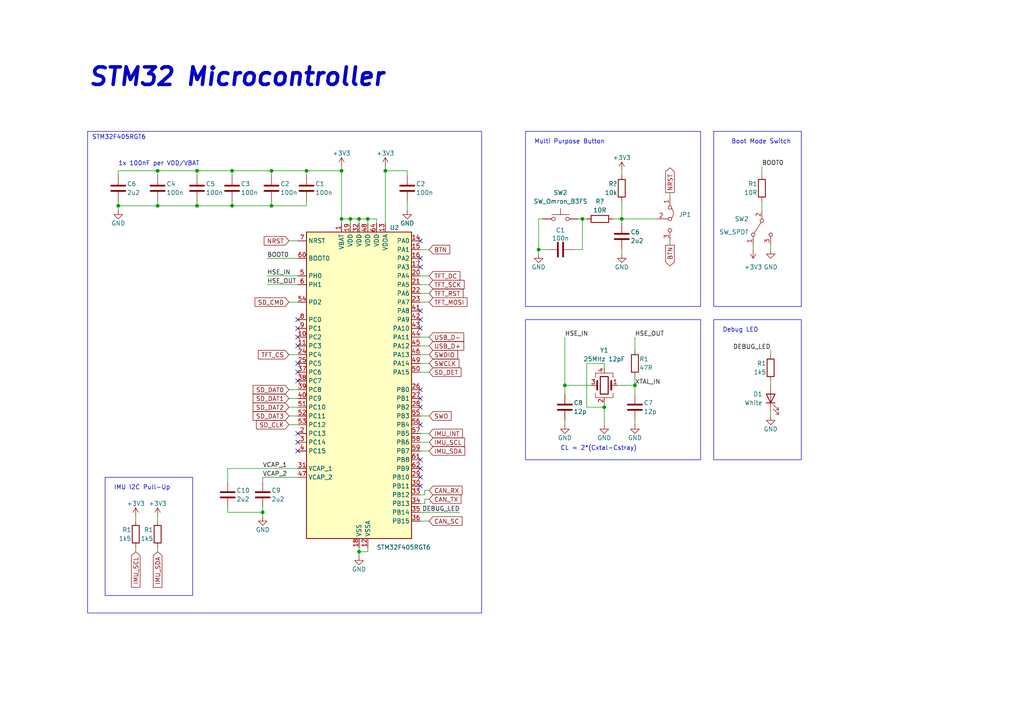
<source format=kicad_sch>
(kicad_sch (version 20230121) (generator eeschema)
  (paper "A4")
  (title_block (title "ST32 Microcontroller") (date "2023-08-02") (rev "R1") (company "s-grundner"))
  (lib_symbols
    (symbol "Device:C" (pin_numbers hide) (pin_names (offset 0.254))
      (property "Reference" "C" (at 0.635 2.54 0))
      (property "Value" "C" (at 0.635 -2.54 0))
      (symbol "C_0_1"
        (polyline (pts (xy -2.032 -0.762) (xy 2.032 -0.762)) (stroke (width 0.508)))
        (polyline (pts (xy -2.032 0.762) (xy 2.032 0.762)) (stroke (width 0.508)))
      )
      (symbol "C_1_1"
        (pin passive line (at 0 3.81 270) (length 2.794) (name "~") (number "1"))
        (pin passive line (at 0 -3.81 90) (length 2.794) (name "~") (number "2"))
      )
    )
    (symbol "Device:Crystal_GND24" (pin_names (offset 1.016) hide)
      (property "Reference" "Y" (at 3.175 5.08 0))
      (property "Value" "Crystal_GND24" (at 3.175 3.175 0))
      (symbol "Crystal_GND24_0_1"
        (rectangle (start -1.143 2.54) (end 1.143 -2.54) (stroke (width 0.3048)))
        (polyline (pts (xy -2.54 0) (xy -2.032 0)))
        (polyline (pts (xy -2.032 -1.27) (xy -2.032 1.27)) (stroke (width 0.508)))
        (polyline (pts (xy 0 -3.81) (xy 0 -3.556)))
        (polyline (pts (xy 0 3.556) (xy 0 3.81)))
        (polyline (pts (xy 2.032 -1.27) (xy 2.032 1.27)) (stroke (width 0.508)))
        (polyline (pts (xy 2.032 0) (xy 2.54 0)))
        (polyline (pts (xy -2.54 -2.286) (xy -2.54 -3.556) (xy 2.54 -3.556) (xy 2.54 -2.286)))
        (polyline (pts (xy -2.54 2.286) (xy -2.54 3.556) (xy 2.54 3.556) (xy 2.54 2.286)))
      )
      (symbol "Crystal_GND24_1_1"
        (pin passive line (at -3.81 0 0) (length 1.27) (name "1") (number "1"))
        (pin passive line (at 0 5.08 270) (length 1.27) (name "2") (number "2"))
        (pin passive line (at 3.81 0 180) (length 1.27) (name "3") (number "3"))
        (pin passive line (at 0 -5.08 90) (length 1.27) (name "4") (number "4"))
      )
    )
    (symbol "Device:LED" (pin_numbers hide) (pin_names (offset 1.016) hide)
      (property "Reference" "D" (at 0 2.54 0))
      (property "Value" "LED" (at 0 -2.54 0))
      (symbol "LED_0_1"
        (polyline (pts (xy -1.27 -1.27) (xy -1.27 1.27)) (stroke (width 0.254)))
        (polyline (pts (xy -1.27 0) (xy 1.27 0)))
        (polyline (pts (xy 1.27 -1.27) (xy 1.27 1.27) (xy -1.27 0) (xy 1.27 -1.27)) (stroke (width 0.254)))
        (polyline (pts (xy -3.048 -0.762) (xy -4.572 -2.286) (xy -3.81 -2.286) (xy -4.572 -2.286) (xy -4.572 -1.524)))
        (polyline (pts (xy -1.778 -0.762) (xy -3.302 -2.286) (xy -2.54 -2.286) (xy -3.302 -2.286) (xy -3.302 -1.524)))
      )
      (symbol "LED_1_1"
        (pin passive line (at -3.81 0 0) (length 2.54) (name "K") (number "1"))
        (pin passive line (at 3.81 0 180) (length 2.54) (name "A") (number "2"))
      )
    )
    (symbol "Device:R" (pin_numbers hide) (pin_names (offset 0))
      (property "Reference" "R" (at 2.032 0 90))
      (property "Value" "R" (at 0 0 90))
      (symbol "R_0_1"
        (rectangle (start -1.016 -2.54) (end 1.016 2.54) (stroke (width 0.254)))
      )
      (symbol "R_1_1"
        (pin passive line (at 0 3.81 270) (length 1.27) (name "~") (number "1"))
        (pin passive line (at 0 -3.81 90) (length 1.27) (name "~") (number "2"))
      )
    )
    (symbol "Jumper:Jumper_3_Bridged12" (pin_names (offset 0) hide)
      (property "Reference" "JP" (at -2.54 -2.54 0))
      (property "Value" "Jumper_3_Bridged12" (at 0 2.794 0))
      (symbol "Jumper_3_Bridged12_0_0"
        (circle (center -3.302 0) (radius 0.508))
        (circle (center 0 0) (radius 0.508))
        (circle (center 3.302 0) (radius 0.508))
      )
      (symbol "Jumper_3_Bridged12_0_1"
        (arc (start -0.254 0.508) (mid -1.651 0.9912) (end -3.048 0.508))
        (polyline (pts (xy 0 -1.27) (xy 0 -0.508)))
      )
      (symbol "Jumper_3_Bridged12_1_1"
        (pin passive line (at -6.35 0 0) (length 2.54) (name "A") (number "1"))
        (pin passive line (at 0 -3.81 90) (length 2.54) (name "C") (number "2"))
        (pin passive line (at 6.35 0 180) (length 2.54) (name "B") (number "3"))
      )
    )
    (symbol "MCU_ST_STM32F4:STM32F405RGTx"
      (property "Reference" "U" (at -15.24 46.99 0))
      (property "Value" "STM32F405RGTx" (at 10.16 46.99 0))
      (symbol "STM32F405RGTx_0_1"
        (rectangle (start -15.24 -43.18) (end 15.24 45.72) (stroke (width 0.254)) (fill (type background)))
      )
      (symbol "STM32F405RGTx_1_1"
        (pin power_in line (at -5.08 48.26 270) (length 2.54) (name "VBAT") (number "1"))
        (pin bidirectional line (at -17.78 15.24 0) (length 2.54) (name "PC2") (number "10"))
        (pin bidirectional line (at -17.78 12.7 0) (length 2.54) (name "PC3") (number "11"))
        (pin power_in line (at 2.54 -45.72 90) (length 2.54) (name "VSSA") (number "12"))
        (pin power_in line (at 7.62 48.26 270) (length 2.54) (name "VDDA") (number "13"))
        (pin bidirectional line (at 17.78 43.18 180) (length 2.54) (name "PA0") (number "14"))
        (pin bidirectional line (at 17.78 40.64 180) (length 2.54) (name "PA1") (number "15"))
        (pin bidirectional line (at 17.78 38.1 180) (length 2.54) (name "PA2") (number "16"))
        (pin bidirectional line (at 17.78 35.56 180) (length 2.54) (name "PA3") (number "17"))
        (pin power_in line (at 0 -45.72 90) (length 2.54) (name "VSS") (number "18"))
        (pin power_in line (at -2.54 48.26 270) (length 2.54) (name "VDD") (number "19"))
        (pin bidirectional line (at -17.78 -12.7 0) (length 2.54) (name "PC13") (number "2"))
        (pin bidirectional line (at 17.78 33.02 180) (length 2.54) (name "PA4") (number "20"))
        (pin bidirectional line (at 17.78 30.48 180) (length 2.54) (name "PA5") (number "21"))
        (pin bidirectional line (at 17.78 27.94 180) (length 2.54) (name "PA6") (number "22"))
        (pin bidirectional line (at 17.78 25.4 180) (length 2.54) (name "PA7") (number "23"))
        (pin bidirectional line (at -17.78 10.16 0) (length 2.54) (name "PC4") (number "24"))
        (pin bidirectional line (at -17.78 7.62 0) (length 2.54) (name "PC5") (number "25"))
        (pin bidirectional line (at 17.78 0 180) (length 2.54) (name "PB0") (number "26"))
        (pin bidirectional line (at 17.78 -2.54 180) (length 2.54) (name "PB1") (number "27"))
        (pin bidirectional line (at 17.78 -5.08 180) (length 2.54) (name "PB2") (number "28"))
        (pin bidirectional line (at 17.78 -25.4 180) (length 2.54) (name "PB10") (number "29"))
        (pin bidirectional line (at -17.78 -15.24 0) (length 2.54) (name "PC14") (number "3"))
        (pin bidirectional line (at 17.78 -27.94 180) (length 2.54) (name "PB11") (number "30"))
        (pin power_out line (at -17.78 -22.86 0) (length 2.54) (name "VCAP_1") (number "31"))
        (pin power_in line (at 0 48.26 270) (length 2.54) (name "VDD") (number "32"))
        (pin bidirectional line (at 17.78 -30.48 180) (length 2.54) (name "PB12") (number "33"))
        (pin bidirectional line (at 17.78 -33.02 180) (length 2.54) (name "PB13") (number "34"))
        (pin bidirectional line (at 17.78 -35.56 180) (length 2.54) (name "PB14") (number "35"))
        (pin bidirectional line (at 17.78 -38.1 180) (length 2.54) (name "PB15") (number "36"))
        (pin bidirectional line (at -17.78 5.08 0) (length 2.54) (name "PC6") (number "37"))
        (pin bidirectional line (at -17.78 2.54 0) (length 2.54) (name "PC7") (number "38"))
        (pin bidirectional line (at -17.78 0 0) (length 2.54) (name "PC8") (number "39"))
        (pin bidirectional line (at -17.78 -17.78 0) (length 2.54) (name "PC15") (number "4"))
        (pin bidirectional line (at -17.78 -2.54 0) (length 2.54) (name "PC9") (number "40"))
        (pin bidirectional line (at 17.78 22.86 180) (length 2.54) (name "PA8") (number "41"))
        (pin bidirectional line (at 17.78 20.32 180) (length 2.54) (name "PA9") (number "42"))
        (pin bidirectional line (at 17.78 17.78 180) (length 2.54) (name "PA10") (number "43"))
        (pin bidirectional line (at 17.78 15.24 180) (length 2.54) (name "PA11") (number "44"))
        (pin bidirectional line (at 17.78 12.7 180) (length 2.54) (name "PA12") (number "45"))
        (pin bidirectional line (at 17.78 10.16 180) (length 2.54) (name "PA13") (number "46"))
        (pin power_out line (at -17.78 -25.4 0) (length 2.54) (name "VCAP_2") (number "47"))
        (pin power_in line (at 2.54 48.26 270) (length 2.54) (name "VDD") (number "48"))
        (pin bidirectional line (at 17.78 7.62 180) (length 2.54) (name "PA14") (number "49"))
        (pin bidirectional line (at -17.78 33.02 0) (length 2.54) (name "PH0") (number "5"))
        (pin bidirectional line (at 17.78 5.08 180) (length 2.54) (name "PA15") (number "50"))
        (pin bidirectional line (at -17.78 -5.08 0) (length 2.54) (name "PC10") (number "51"))
        (pin bidirectional line (at -17.78 -7.62 0) (length 2.54) (name "PC11") (number "52"))
        (pin bidirectional line (at -17.78 -10.16 0) (length 2.54) (name "PC12") (number "53"))
        (pin bidirectional line (at -17.78 25.4 0) (length 2.54) (name "PD2") (number "54"))
        (pin bidirectional line (at 17.78 -7.62 180) (length 2.54) (name "PB3") (number "55"))
        (pin bidirectional line (at 17.78 -10.16 180) (length 2.54) (name "PB4") (number "56"))
        (pin bidirectional line (at 17.78 -12.7 180) (length 2.54) (name "PB5") (number "57"))
        (pin bidirectional line (at 17.78 -15.24 180) (length 2.54) (name "PB6") (number "58"))
        (pin bidirectional line (at 17.78 -17.78 180) (length 2.54) (name "PB7") (number "59"))
        (pin bidirectional line (at -17.78 30.48 0) (length 2.54) (name "PH1") (number "6"))
        (pin input line (at -17.78 38.1 0) (length 2.54) (name "BOOT0") (number "60"))
        (pin bidirectional line (at 17.78 -20.32 180) (length 2.54) (name "PB8") (number "61"))
        (pin bidirectional line (at 17.78 -22.86 180) (length 2.54) (name "PB9") (number "62"))
        (pin passive line (at 0 -45.72 90) (length 2.54) hide (name "VSS") (number "63"))
        (pin power_in line (at 5.08 48.26 270) (length 2.54) (name "VDD") (number "64"))
        (pin input line (at -17.78 43.18 0) (length 2.54) (name "NRST") (number "7"))
        (pin bidirectional line (at -17.78 20.32 0) (length 2.54) (name "PC0") (number "8"))
        (pin bidirectional line (at -17.78 17.78 0) (length 2.54) (name "PC1") (number "9"))
      )
    )
    (symbol "Switch:SW_Omron_B3FS" (pin_numbers hide) (pin_names (offset 1.016) hide)
      (property "Reference" "SW" (at 1.27 2.54 0))
      (property "Value" "SW_Omron_B3FS" (at 0 -1.524 0))
      (symbol "SW_Omron_B3FS_0_1"
        (circle (center -2.032 0) (radius 0.508))
        (polyline (pts (xy 0 1.27) (xy 0 3.048)))
        (polyline (pts (xy 2.54 1.27) (xy -2.54 1.27)))
        (circle (center 2.032 0) (radius 0.508))
        (pin passive line (at -5.08 0 0) (length 2.54) (name "1") (number "1"))
        (pin passive line (at 5.08 0 180) (length 2.54) (name "2") (number "2"))
      )
    )
    (symbol "Switch:SW_SPDT" (pin_names (offset 0) hide)
      (property "Reference" "SW" (at 0 4.318 0))
      (property "Value" "SW_SPDT" (at 0 -5.08 0))
      (symbol "SW_SPDT_0_0"
        (circle (center -2.032 0) (radius 0.508))
        (circle (center 2.032 -2.54) (radius 0.508))
      )
      (symbol "SW_SPDT_0_1"
        (polyline (pts (xy -1.524 0.254) (xy 1.651 2.286)))
        (circle (center 2.032 2.54) (radius 0.508))
      )
      (symbol "SW_SPDT_1_1"
        (pin passive line (at 5.08 2.54 180) (length 2.54) (name "A") (number "1"))
        (pin passive line (at -5.08 0 0) (length 2.54) (name "B") (number "2"))
        (pin passive line (at 5.08 -2.54 180) (length 2.54) (name "C") (number "3"))
      )
    )
    (symbol "power:+3V3" (power) (pin_names (offset 0))
      (property "Value" "+3V3" (at 0 3.556 0))
      (symbol "+3V3_0_1"
        (polyline (pts (xy -0.762 1.27) (xy 0 2.54)))
        (polyline (pts (xy 0 0) (xy 0 2.54)))
        (polyline (pts (xy 0 2.54) (xy 0.762 1.27)))
      )
      (symbol "+3V3_1_1"
        (pin power_in line (at 0 0 90) (length 0) hide (name "+3V3") (number "1"))
      )
    )
    (symbol "power:GND" (power) (pin_names (offset 0))
      (property "Value" "GND" (at 0 -3.81 0))
      (symbol "GND_0_1"
        (polyline (pts (xy 0 0) (xy 0 -1.27) (xy 1.27 -1.27) (xy 0 -2.54) (xy -1.27 -1.27) (xy 0 -1.27)))
      )
      (symbol "GND_1_1"
        (pin power_in line (at 0 0 270) (length 0) hide (name "GND") (number "1"))
      )
    )
  )
  (junction (at 76.2 148.59))
  (junction (at 163.83 111.76))
  (junction (at 156.21 72.39))
  (junction (at 168.91 63.5))
  (junction (at 78.74 59.69))
  (junction (at 99.06 49.53))
  (junction (at 88.9 49.53))
  (junction (at 67.31 49.53))
  (junction (at 45.72 49.53))
  (junction (at 180.34 63.5))
  (junction (at 45.72 59.69))
  (junction (at 78.74 49.53))
  (junction (at 104.14 63.5))
  (junction (at 106.68 63.5))
  (junction (at 57.15 49.53))
  (junction (at 104.14 160.02))
  (junction (at 67.31 59.69))
  (junction (at 184.15 111.76))
  (junction (at 34.29 59.69))
  (junction (at 111.76 49.53))
  (junction (at 99.06 63.5))
  (junction (at 57.15 59.69))
  (junction (at 175.26 118.11))
  (junction (at 101.6 63.5))
  (no_connect (at 121.92 135.89))
  (no_connect (at 86.36 128.27))
  (no_connect (at 121.92 113.03))
  (no_connect (at 86.36 95.25))
  (no_connect (at 86.36 107.95))
  (no_connect (at 86.36 100.33))
  (no_connect (at 121.92 115.57))
  (no_connect (at 86.36 110.49))
  (no_connect (at 86.36 130.81))
  (no_connect (at 121.92 138.43))
  (no_connect (at 121.92 118.11))
  (no_connect (at 121.92 123.19))
  (no_connect (at 121.92 140.97))
  (no_connect (at 121.92 92.71))
  (no_connect (at 121.92 95.25))
  (no_connect (at 86.36 92.71))
  (no_connect (at 86.36 97.79))
  (no_connect (at 86.36 125.73))
  (no_connect (at 121.92 77.47))
  (no_connect (at 121.92 74.93))
  (no_connect (at 121.92 69.85))
  (no_connect (at 121.92 90.17))
  (no_connect (at 121.92 133.35))
  (no_connect (at 86.36 105.41))
  (wire (pts (xy 124.46 80.01) (xy 121.92 80.01)))
  (wire (pts (xy 175.26 118.11) (xy 175.26 123.19)))
  (wire (pts (xy 66.04 148.59) (xy 76.2 148.59)))
  (wire (pts (xy 39.37 158.75) (xy 39.37 160.02)))
  (wire (pts (xy 34.29 59.69) (xy 34.29 58.42)))
  (wire (pts (xy 34.29 59.69) (xy 34.29 60.96)))
  (wire (pts (xy 123.19 142.24) (xy 123.19 143.51)))
  (wire (pts (xy 76.2 148.59) (xy 76.2 147.32)))
  (wire (pts (xy 88.9 58.42) (xy 88.9 59.69)))
  (wire (pts (xy 104.14 63.5) (xy 104.14 64.77)))
  (wire (pts (xy 124.46 151.13) (xy 121.92 151.13)))
  (wire (pts (xy 45.72 58.42) (xy 45.72 59.69)))
  (wire (pts (xy 34.29 49.53) (xy 34.29 50.8)))
  (wire (pts (xy 194.31 55.88) (xy 194.31 57.15)))
  (wire (pts (xy 78.74 58.42) (xy 78.74 59.69)))
  (wire (pts (xy 124.46 97.79) (xy 121.92 97.79)))
  (wire (pts (xy 45.72 149.86) (xy 45.72 151.13)))
  (wire (pts (xy 184.15 111.76) (xy 184.15 114.3)))
  (wire (pts (xy 124.46 100.33) (xy 121.92 100.33)))
  (wire (pts (xy 45.72 49.53) (xy 34.29 49.53)))
  (wire (pts (xy 121.92 82.55) (xy 124.46 82.55)))
  (wire (pts (xy 104.14 160.02) (xy 106.68 160.02)))
  (wire (pts (xy 124.46 87.63) (xy 121.92 87.63)))
  (wire (pts (xy 109.22 63.5) (xy 109.22 64.77)))
  (wire (pts (xy 111.76 49.53) (xy 111.76 64.77)))
  (wire (pts (xy 175.26 105.41) (xy 175.26 106.68)))
  (wire (pts (xy 67.31 49.53) (xy 57.15 49.53)))
  (wire (pts (xy 194.31 71.12) (xy 194.31 69.85)))
  (wire (pts (xy 156.21 63.5) (xy 157.48 63.5)))
  (wire (pts (xy 220.98 48.26) (xy 220.98 50.8)))
  (wire (pts (xy 99.06 49.53) (xy 99.06 63.5)))
  (wire (pts (xy 106.68 158.75) (xy 106.68 160.02)))
  (wire (pts (xy 78.74 49.53) (xy 67.31 49.53)))
  (wire (pts (xy 57.15 59.69) (xy 45.72 59.69)))
  (wire (pts (xy 106.68 63.5) (xy 106.68 64.77)))
  (wire (pts (xy 175.26 116.84) (xy 175.26 118.11)))
  (wire (pts (xy 124.46 128.27) (xy 121.92 128.27)))
  (wire (pts (xy 111.76 48.26) (xy 111.76 49.53)))
  (wire (pts (xy 83.82 120.65) (xy 86.36 120.65)))
  (wire (pts (xy 156.21 72.39) (xy 156.21 73.66)))
  (wire (pts (xy 179.07 111.76) (xy 184.15 111.76)))
  (wire (pts (xy 163.83 111.76) (xy 163.83 114.3)))
  (wire (pts (xy 124.46 105.41) (xy 121.92 105.41)))
  (wire (pts (xy 124.46 120.65) (xy 121.92 120.65)))
  (wire (pts (xy 124.46 125.73) (xy 121.92 125.73)))
  (wire (pts (xy 83.82 115.57) (xy 86.36 115.57)))
  (wire (pts (xy 45.72 49.53) (xy 45.72 50.8)))
  (wire (pts (xy 39.37 149.86) (xy 39.37 151.13)))
  (wire (pts (xy 57.15 49.53) (xy 57.15 50.8)))
  (wire (pts (xy 177.8 63.5) (xy 180.34 63.5)))
  (wire (pts (xy 184.15 97.79) (xy 184.15 101.6)))
  (wire (pts (xy 83.82 87.63) (xy 86.36 87.63)))
  (wire (pts (xy 163.83 111.76) (xy 171.45 111.76)))
  (wire (pts (xy 66.04 135.89) (xy 86.36 135.89)))
  (wire (pts (xy 99.06 49.53) (xy 88.9 49.53)))
  (wire (pts (xy 57.15 58.42) (xy 57.15 59.69)))
  (wire (pts (xy 118.11 49.53) (xy 118.11 50.8)))
  (wire (pts (xy 163.83 97.79) (xy 163.83 111.76)))
  (wire (pts (xy 77.47 80.01) (xy 86.36 80.01)))
  (wire (pts (xy 99.06 48.26) (xy 99.06 49.53)))
  (wire (pts (xy 168.91 63.5) (xy 170.18 63.5)))
  (wire (pts (xy 218.44 72.39) (xy 218.44 71.12)))
  (wire (pts (xy 124.46 107.95) (xy 121.92 107.95)))
  (wire (pts (xy 180.34 63.5) (xy 180.34 64.77)))
  (wire (pts (xy 77.47 74.93) (xy 86.36 74.93)))
  (wire (pts (xy 88.9 49.53) (xy 78.74 49.53)))
  (wire (pts (xy 104.14 63.5) (xy 106.68 63.5)))
  (wire (pts (xy 180.34 63.5) (xy 190.5 63.5)))
  (wire (pts (xy 106.68 63.5) (xy 109.22 63.5)))
  (wire (pts (xy 83.82 69.85) (xy 86.36 69.85)))
  (wire (pts (xy 57.15 49.53) (xy 45.72 49.53)))
  (wire (pts (xy 123.19 144.78) (xy 123.19 146.05)))
  (wire (pts (xy 124.46 144.78) (xy 123.19 144.78)))
  (wire (pts (xy 76.2 148.59) (xy 76.2 149.86)))
  (wire (pts (xy 223.52 119.38) (xy 223.52 120.65)))
  (wire (pts (xy 184.15 123.19) (xy 184.15 121.92)))
  (wire (pts (xy 78.74 59.69) (xy 67.31 59.69)))
  (wire (pts (xy 123.19 146.05) (xy 121.92 146.05)))
  (wire (pts (xy 83.82 123.19) (xy 86.36 123.19)))
  (wire (pts (xy 167.64 63.5) (xy 168.91 63.5)))
  (wire (pts (xy 67.31 49.53) (xy 67.31 50.8)))
  (wire (pts (xy 45.72 59.69) (xy 34.29 59.69)))
  (wire (pts (xy 88.9 49.53) (xy 88.9 50.8)))
  (wire (pts (xy 121.92 72.39) (xy 124.46 72.39)))
  (wire (pts (xy 67.31 58.42) (xy 67.31 59.69)))
  (wire (pts (xy 220.98 60.96) (xy 220.98 58.42)))
  (wire (pts (xy 66.04 147.32) (xy 66.04 148.59)))
  (wire (pts (xy 101.6 63.5) (xy 101.6 64.77)))
  (wire (pts (xy 170.18 118.11) (xy 175.26 118.11)))
  (wire (pts (xy 88.9 59.69) (xy 78.74 59.69)))
  (wire (pts (xy 101.6 63.5) (xy 104.14 63.5)))
  (wire (pts (xy 123.19 143.51) (xy 121.92 143.51)))
  (wire (pts (xy 104.14 160.02) (xy 104.14 161.29)))
  (wire (pts (xy 83.82 113.03) (xy 86.36 113.03)))
  (wire (pts (xy 118.11 58.42) (xy 118.11 60.96)))
  (wire (pts (xy 66.04 139.7) (xy 66.04 135.89)))
  (wire (pts (xy 158.75 72.39) (xy 156.21 72.39)))
  (wire (pts (xy 76.2 138.43) (xy 86.36 138.43)))
  (wire (pts (xy 184.15 109.22) (xy 184.15 111.76)))
  (wire (pts (xy 83.82 118.11) (xy 86.36 118.11)))
  (wire (pts (xy 170.18 118.11) (xy 170.18 105.41)))
  (wire (pts (xy 223.52 110.49) (xy 223.52 111.76)))
  (wire (pts (xy 156.21 63.5) (xy 156.21 72.39)))
  (wire (pts (xy 78.74 49.53) (xy 78.74 50.8)))
  (wire (pts (xy 104.14 158.75) (xy 104.14 160.02)))
  (wire (pts (xy 223.52 72.39) (xy 223.52 71.12)))
  (wire (pts (xy 163.83 121.92) (xy 163.83 123.19)))
  (wire (pts (xy 76.2 139.7) (xy 76.2 138.43)))
  (wire (pts (xy 99.06 63.5) (xy 101.6 63.5)))
  (wire (pts (xy 45.72 158.75) (xy 45.72 160.02)))
  (wire (pts (xy 166.37 72.39) (xy 168.91 72.39)))
  (wire (pts (xy 180.34 58.42) (xy 180.34 63.5)))
  (wire (pts (xy 223.52 102.87) (xy 223.52 101.6)))
  (wire (pts (xy 180.34 72.39) (xy 180.34 73.66)))
  (wire (pts (xy 180.34 49.53) (xy 180.34 50.8)))
  (wire (pts (xy 124.46 102.87) (xy 121.92 102.87)))
  (wire (pts (xy 83.82 102.87) (xy 86.36 102.87)))
  (wire (pts (xy 170.18 105.41) (xy 175.26 105.41)))
  (wire (pts (xy 124.46 142.24) (xy 123.19 142.24)))
  (wire (pts (xy 99.06 63.5) (xy 99.06 64.77)))
  (wire (pts (xy 67.31 59.69) (xy 57.15 59.69)))
  (wire (pts (xy 77.47 82.55) (xy 86.36 82.55)))
  (wire (pts (xy 111.76 49.53) (xy 118.11 49.53)))
  (wire (pts (xy 168.91 63.5) (xy 168.91 72.39)))
  (wire (pts (xy 124.46 130.81) (xy 121.92 130.81)))
  (wire (pts (xy 124.46 85.09) (xy 121.92 85.09)))
  (wire (pts (xy 133.35 148.59) (xy 121.92 148.59)))
  (rectangle (start 30.48 138.43) (end 55.88 172.72))
  (rectangle (start 152.4 38.1) (end 203.2 88.9))
  (rectangle (start 207.01 38.1) (end 232.41 88.9))
  (rectangle (start 207.01 92.71) (end 232.41 133.35))
  (rectangle (start 25.4 38.1) (end 139.7 177.8))
  (rectangle (start 152.4 92.71) (end 203.2 133.35))
  (text "STM32F405RGT6" (at 26.67 40.64 0) (effects (font (size 1.27 1.27)) (justify left bottom)))
  (text "Multi Purpose Button" (at 154.94 41.91 0) (effects (font (size 1.27 1.27)) (justify left bottom)))
  (text "1x 100nF per VDD/VBAT" (at 34.29 48.26 0) (effects (font (size 1.27 1.27)) (justify left bottom)))
  (text "IMU I2C Pull-Up\n" (at 33.02 142.24 0) (effects (font (size 1.27 1.27)) (justify left bottom)))
  (text "STM32 Microcontroller" (at 25.4 25.4 0) (effects (font (size 5.08 5.08) (thickness 1.016) bold italic) (justify left bottom)))
  (text "Debug LED" (at 209.55 96.52 0) (effects (font (size 1.27 1.27)) (justify left bottom)))
  (text "CL = 2*(Cxtal-Cstray)" (at 162.56 130.81 0) (effects (font (size 1.27 1.27)) (justify left bottom)))
  (text "Boot Mode Switch" (at 212.09 41.91 0) (effects (font (size 1.27 1.27)) (justify left bottom)))
  (label "DEBUG_LED" (at 223.52 101.6 180))
  (label "BOOT0" (at 77.47 74.93 0))
  (label "HSE_IN" (at 77.47 80.01 0))
  (label "XTAL_IN" (at 184.15 111.76 0))
  (label "HSE_OUT" (at 77.47 82.55 0))
  (label "VCAP_2" (at 76.2 138.43 0))
  (label "HSE_OUT" (at 184.15 97.79 0))
  (label "DEBUG_LED" (at 133.35 148.59 180))
  (label "VCAP_1" (at 76.2 135.89 0))
  (label "HSE_IN" (at 163.83 97.79 0))
  (label "BOOT0" (at 220.98 48.26 0))
  (global_label "CAN_TX" (shape input) (at 124.46 144.78 0) (property "Intersheetrefs" "${INTERSHEET_REFS}" (effects hide)))
  (global_label "SD_CLK" (shape input) (at 83.82 123.19 180) (property "Intersheetrefs" "${INTERSHEET_REFS}" (effects hide)))
  (global_label "TFT_SCK" (shape input) (at 124.46 82.55 0) (property "Intersheetrefs" "${INTERSHEET_REFS}" (effects hide)))
  (global_label "SD_DAT0" (shape input) (at 83.82 113.03 180) (property "Intersheetrefs" "${INTERSHEET_REFS}" (effects hide)))
  (global_label "CAN_SC" (shape input) (at 124.46 151.13 0) (property "Intersheetrefs" "${INTERSHEET_REFS}" (effects hide)))
  (global_label "TFT_MOSI" (shape input) (at 124.46 87.63 0) (property "Intersheetrefs" "${INTERSHEET_REFS}" (effects hide)))
  (global_label "SD_DAT1" (shape input) (at 83.82 115.57 180) (property "Intersheetrefs" "${INTERSHEET_REFS}" (effects hide)))
  (global_label "TFT_RST" (shape input) (at 124.46 85.09 0) (property "Intersheetrefs" "${INTERSHEET_REFS}" (effects hide)))
  (global_label "USB_D+" (shape input) (at 124.46 100.33 0) (property "Intersheetrefs" "${INTERSHEET_REFS}" (effects hide)))
  (global_label "SD_DAT2" (shape input) (at 83.82 118.11 180) (property "Intersheetrefs" "${INTERSHEET_REFS}" (effects hide)))
  (global_label "SWCLK" (shape input) (at 124.46 105.41 0) (property "Intersheetrefs" "${INTERSHEET_REFS}" (effects hide)))
  (global_label "SD_DAT3" (shape input) (at 83.82 120.65 180) (property "Intersheetrefs" "${INTERSHEET_REFS}" (effects hide)))
  (global_label "SD_DET" (shape input) (at 124.46 107.95 0) (property "Intersheetrefs" "${INTERSHEET_REFS}" (effects hide)))
  (global_label "NRST" (shape output) (at 194.31 55.88 90) (property "Intersheetrefs" "${INTERSHEET_REFS}" (effects hide)))
  (global_label "SWDIO" (shape input) (at 124.46 102.87 0) (property "Intersheetrefs" "${INTERSHEET_REFS}" (effects hide)))
  (global_label "NRST" (shape input) (at 83.82 69.85 180) (property "Intersheetrefs" "${INTERSHEET_REFS}" (effects hide)))
  (global_label "SWO" (shape input) (at 124.46 120.65 0) (property "Intersheetrefs" "${INTERSHEET_REFS}" (effects hide)))
  (global_label "BTN" (shape output) (at 194.31 71.12 270) (property "Intersheetrefs" "${INTERSHEET_REFS}" (effects hide)))
  (global_label "USB_D-" (shape input) (at 124.46 97.79 0) (property "Intersheetrefs" "${INTERSHEET_REFS}" (effects hide)))
  (global_label "TFT_CS" (shape input) (at 83.82 102.87 180) (property "Intersheetrefs" "${INTERSHEET_REFS}" (effects hide)))
  (global_label "SD_CMD" (shape input) (at 83.82 87.63 180) (property "Intersheetrefs" "${INTERSHEET_REFS}" (effects hide)))
  (global_label "IMU_SDA" (shape input) (at 124.46 130.81 0) (property "Intersheetrefs" "${INTERSHEET_REFS}" (effects hide)))
  (global_label "CAN_RX" (shape input) (at 124.46 142.24 0) (property "Intersheetrefs" "${INTERSHEET_REFS}" (effects hide)))
  (global_label "IMU_SCL" (shape input) (at 124.46 128.27 0) (property "Intersheetrefs" "${INTERSHEET_REFS}" (effects hide)))
  (global_label "IMU_SDA" (shape input) (at 45.72 160.02 270) (property "Intersheetrefs" "${INTERSHEET_REFS}" (effects hide)))
  (global_label "IMU_INT" (shape input) (at 124.46 125.73 0) (property "Intersheetrefs" "${INTERSHEET_REFS}" (effects hide)))
  (global_label "BTN" (shape input) (at 124.46 72.39 0) (property "Intersheetrefs" "${INTERSHEET_REFS}" (effects hide)))
  (global_label "IMU_SCL" (shape input) (at 39.37 160.02 270) (property "Intersheetrefs" "${INTERSHEET_REFS}" (effects hide)))
  (global_label "TFT_DC" (shape input) (at 124.46 80.01 0) (property "Intersheetrefs" "${INTERSHEET_REFS}" (effects hide)))
  (symbol (lib_id "Device:R") (at 39.37 154.94 180) (unit 1)
    (property "Reference" "R1" (at 38.1 153.67 0) (effects (justify left)))
    (property "Value" "1k5" (at 38.1 156.21 0) (effects (justify left)))
    (property "Footprint" "Resistor_SMD:R_0402_1005Metric" (effects hide))
    (property "LCSC Part #" "C25867" (effects hide))
    (instances (project "STM32F4_HexGauge_V3" (path "" (reference "R1") (unit 1)) (path "" (reference "R6") (unit 1))))
  )
  (symbol (lib_id "Device:C") (at 45.72 54.61 0) (unit 1)
    (property "Reference" "C4" (at 48.26 53.34 0) (effects (justify left)))
    (property "Value" "100n" (at 48.26 55.88 0) (effects (justify left)))
    (property "Footprint" "Capacitor_SMD:C_0402_1005Metric" (effects hide))
    (property "LCSC Part #" "C1525" (effects hide))
    (instances (project "STM32F4_HexGauge_V3" (path "" (reference "C4") (unit 1)) (path "" (reference "C2") (unit 1))))
  )
  (symbol (lib_id "Switch:SW_SPDT") (at 220.98 66.04 90) (mirror x) (unit 1)
    (property "Reference" "SW2" (at 217.17 63.5 90) (effects (justify left)))
    (property "Value" "SW_SPDT" (at 217.17 67.31 90) (effects (justify left)))
    (property "Footprint" "Button_Switch_SMD:SW_SPDT_PCM12" (effects hide))
  )
  (symbol (lib_id "Device:C") (at 76.2 143.51 0) (unit 1)
    (property "Reference" "C9" (at 78.74 142.24 0) (effects (justify left)))
    (property "Value" "2u2" (at 78.74 144.78 0) (effects (justify left)))
    (property "Footprint" "Capacitor_SMD:C_0603_1608Metric" (effects hide))
    (property "LCSC Part #" "C23630" (effects hide))
    (instances (project "STM32F4_HexGauge_V3" (path "" (reference "C9") (unit 1)) (path "" (reference "C13") (unit 1))))
  )
  (symbol (lib_id "power:GND") (at 223.52 120.65 0) (unit 1)
    (property "Reference" "#PWR010" (effects hide))
    (property "Value" "GND" (at 223.52 124.46 0))
  )
  (symbol (lib_id "power:+3V3") (at 45.72 149.86 0) (mirror y) (unit 1)
    (property "Reference" "#PWR01" (effects hide))
    (property "Value" "+3V3" (at 45.72 146.05 0))
    (instances (project "STM32F4_HexGauge_V3" (path "" (reference "#PWR01") (unit 1)) (path "" (reference "#PWR015") (unit 1))))
  )
  (symbol (lib_id "Device:C") (at 57.15 54.61 0) (unit 1)
    (property "Reference" "C5" (at 59.69 53.34 0) (effects (justify left)))
    (property "Value" "100n" (at 59.69 55.88 0) (effects (justify left)))
    (property "Footprint" "Capacitor_SMD:C_0402_1005Metric" (effects hide))
    (property "LCSC Part #" "C1525" (effects hide))
    (instances (project "STM32F4_HexGauge_V3" (path "" (reference "C5") (unit 1)) (path "" (reference "C3") (unit 1))))
  )
  (symbol (lib_id "Switch:SW_Omron_B3FS") (at 162.56 63.5 0) (unit 1)
    (property "Reference" "SW2" (at 162.56 55.88 0))
    (property "Value" "SW_Omron_B3FS" (at 162.56 58.42 0))
    (property "Footprint" "Button_Switch_SMD:Panasonic_EVQPUL_EVQPUC" (effects hide))
    (property "Datasheet" "https://omronfs.omron.com/en_US/ecb/products/pdf/en-b3fs.pdf" (effects hide))
    (instances (project "STM32F4_HexGauge_V3" (path "" (reference "SW2") (unit 1)) (path "" (reference "SW1") (unit 1))))
  )
  (symbol (lib_id "power:+3V3") (at 218.44 72.39 180) (unit 1)
    (property "Reference" "#PWR01" (effects hide))
    (property "Value" "+3V3" (at 218.44 77.47 0))
    (instances (project "STM32F4_HexGauge_V3" (path "" (reference "#PWR01") (unit 1)) (path "" (reference "#PWR06") (unit 1))))
  )
  (symbol (lib_id "power:GND") (at 76.2 149.86 0) (unit 1)
    (property "Reference" "#PWR010" (effects hide))
    (property "Value" "GND" (at 76.2 153.67 0))
    (instances (project "STM32F4_HexGauge_V3" (path "" (reference "#PWR010") (unit 1)) (path "" (reference "#PWR016") (unit 1))))
  )
  (symbol (lib_id "MCU_ST_STM32F4:STM32F405RGTx") (at 104.14 113.03 0) (unit 1)
    (property "Reference" "U2" (at 113.03 66.04 0) (effects (justify left)))
    (property "Value" "STM32F405RGT6" (at 109.22 158.75 0) (effects (justify left)))
    (property "Footprint" "Package_QFP:LQFP-64_10x10mm_P0.5mm" (effects hide))
    (property "Datasheet" "https://www.st.com/resource/en/datasheet/stm32f405rg.pdf" (effects hide))
    (property "LCSC Part #" "C15742" (effects hide))
    (instances (project "STM32F4_HexGauge_V3" (path "" (reference "U2") (unit 1)) (path "" (reference "U1") (unit 1))))
  )
  (symbol (lib_id "power:+3V3") (at 180.34 49.53 0) (unit 1)
    (property "Reference" "#PWR044" (effects hide))
    (property "Value" "+3V3" (at 180.34 45.72 0))
    (instances (project "STM32F4_HexGauge_V3" (path "" (reference "#PWR044") (unit 1)) (path "" (reference "#PWR03") (unit 1))))
  )
  (symbol (lib_id "Device:C") (at 78.74 54.61 0) (unit 1)
    (property "Reference" "C2" (at 81.28 53.34 0) (effects (justify left)))
    (property "Value" "100n" (at 81.28 55.88 0) (effects (justify left)))
    (property "Footprint" "Capacitor_SMD:C_0402_1005Metric" (effects hide))
    (property "LCSC Part #" "C1525" (effects hide))
    (instances (project "STM32F4_HexGauge_V3" (path "" (reference "C2") (unit 1)) (path "" (reference "C5") (unit 1))))
  )
  (symbol (lib_id "Device:R") (at 173.99 63.5 270) (unit 1)
    (property "Reference" "R?" (at 173.99 58.42 90))
    (property "Value" "10R" (at 173.99 60.96 90))
    (property "Footprint" "Resistor_SMD:R_0402_1005Metric" (effects hide))
    (property "LCSC Part #" "C25077" (effects hide))
    (instances (project "CTN" (path "" (reference "R?") (unit 1))) (project "STM32F4_HexGauge_V3" (path "" (reference "R17") (unit 1)) (path "" (reference "R3") (unit 1))) (project "FastHexGauge" (path "" (reference "R4") (unit 1)) (path "" (reference "R6") (unit 1))))
  )
  (symbol (lib_id "power:GND") (at 163.83 123.19 0) (unit 1)
    (property "Reference" "#PWR011" (effects hide))
    (property "Value" "GND" (at 163.83 127 0))
  )
  (symbol (lib_id "Device:Crystal_GND24") (at 175.26 111.76 180) (unit 1)
    (property "Reference" "Y1" (at 175.26 101.6 0))
    (property "Value" "25MHz 12pF" (at 175.26 104.14 0))
    (property "Footprint" "Crystal:Crystal_SMD_3225-4Pin_3.2x2.5mm" (effects hide))
    (property "Datasheet" "https://datasheet.lcsc.com/lcsc/2304140030_Yangxing-Tech-X322525MOB4SI_C9006.pdf" (effects hide))
    (property "LCSC Part #" "C9006" (effects hide))
  )
  (symbol (lib_id "Device:C") (at 66.04 143.51 0) (unit 1)
    (property "Reference" "C10" (at 68.58 142.24 0) (effects (justify left)))
    (property "Value" "2u2" (at 68.58 144.78 0) (effects (justify left)))
    (property "Footprint" "Capacitor_SMD:C_0603_1608Metric" (effects hide))
    (property "LCSC Part #" "C23630" (effects hide))
    (instances (project "STM32F4_HexGauge_V3" (path "" (reference "C10") (unit 1)) (path "" (reference "C12") (unit 1))))
  )
  (symbol (lib_id "Device:C") (at 118.11 54.61 0) (unit 1)
    (property "Reference" "C2" (at 120.65 53.34 0) (effects (justify left)))
    (property "Value" "100n" (at 120.65 55.88 0) (effects (justify left)))
    (property "Footprint" "Capacitor_SMD:C_0402_1005Metric" (effects hide))
    (property "LCSC Part #" "C1525" (effects hide))
    (instances (project "STM32F4_HexGauge_V3" (path "" (reference "C2") (unit 1)) (path "" (reference "C7") (unit 1))))
  )
  (symbol (lib_id "Device:C") (at 180.34 68.58 0) (unit 1)
    (property "Reference" "C6" (at 182.88 67.31 0) (effects (justify left)))
    (property "Value" "2u2" (at 182.88 69.85 0) (effects (justify left)))
    (property "Footprint" "Capacitor_SMD:C_0603_1608Metric" (effects hide))
    (property "LCSC Part #" "C23630" (effects hide))
    (instances (project "STM32F4_HexGauge_V3" (path "" (reference "C6") (unit 1)) (path "" (reference "C8") (unit 1)) (path "" (reference "C11") (unit 1)) (path "" (reference "C27") (unit 1))))
  )
  (symbol (lib_id "Device:R") (at 180.34 54.61 0) (unit 1)
    (property "Reference" "R?" (at 179.07 53.34 0) (effects (justify right)))
    (property "Value" "10k" (at 179.07 55.88 0) (effects (justify right)))
    (property "Footprint" "Resistor_SMD:R_0402_1005Metric" (effects hide))
    (property "LCSC Part #" "C25744" (effects hide))
    (instances (project "CTN" (path "" (reference "R?") (unit 1))) (project "STM32F4_HexGauge_V3" (path "" (reference "R16") (unit 1)) (path "" (reference "R1") (unit 1))) (project "FastHexGauge" (path "" (reference "R4") (unit 1)) (path "" (reference "R6") (unit 1))))
  )
  (symbol (lib_id "Device:LED") (at 223.52 115.57 90) (unit 1)
    (property "Reference" "D1" (at 218.44 114.3 90) (effects (justify right)))
    (property "Value" "White" (at 215.9 116.84 90) (effects (justify right)))
    (property "Footprint" "LED_SMD:LED_0603_1608Metric" (effects hide))
  )
  (symbol (lib_id "Device:R") (at 220.98 54.61 180) (unit 1)
    (property "Reference" "R1" (at 219.71 53.34 0) (effects (justify left)))
    (property "Value" "10R" (at 219.71 55.88 0) (effects (justify left)))
    (property "Footprint" "Resistor_SMD:R_0402_1005Metric" (effects hide))
    (property "LCSC Part #" "C25077" (effects hide))
    (instances (project "STM32F4_HexGauge_V3" (path "" (reference "R1") (unit 1)) (path "" (reference "R2") (unit 1))))
  )
  (symbol (lib_id "Jumper:Jumper_3_Bridged12") (at 194.31 63.5 270) (unit 1)
    (property "Reference" "JP1" (at 196.85 62.23 90) (effects (justify left)))
    (property "Value" "Jumper_3_Bridged12" (effects hide))
    (property "Footprint" "Jumper:SolderJumper-3_P1.3mm_Open_RoundedPad1.0x1.5mm" (effects hide))
  )
  (symbol (lib_id "Device:R") (at 45.72 154.94 180) (unit 1)
    (property "Reference" "R1" (at 44.45 153.67 0) (effects (justify left)))
    (property "Value" "1k5" (at 44.45 156.21 0) (effects (justify left)))
    (property "Footprint" "Resistor_SMD:R_0402_1005Metric" (effects hide))
    (property "LCSC Part #" "C25867" (effects hide))
    (instances (project "STM32F4_HexGauge_V3" (path "" (reference "R1") (unit 1)) (path "" (reference "R7") (unit 1))))
  )
  (symbol (lib_id "Device:C") (at 67.31 54.61 0) (unit 1)
    (property "Reference" "C3" (at 69.85 53.34 0) (effects (justify left)))
    (property "Value" "100n" (at 69.85 55.88 0) (effects (justify left)))
    (property "Footprint" "Capacitor_SMD:C_0402_1005Metric" (effects hide))
    (property "LCSC Part #" "C1525" (effects hide))
    (instances (project "STM32F4_HexGauge_V3" (path "" (reference "C3") (unit 1)) (path "" (reference "C4") (unit 1))))
  )
  (symbol (lib_id "power:GND") (at 156.21 73.66 0) (unit 1)
    (property "Reference" "#PWR049" (effects hide))
    (property "Value" "GND" (at 156.21 77.47 0))
    (instances (project "STM32F4_HexGauge_V3" (path "" (reference "#PWR049") (unit 1)) (path "" (reference "#PWR08") (unit 1))))
  )
  (symbol (lib_id "power:GND") (at 184.15 123.19 0) (unit 1)
    (property "Reference" "#PWR012" (effects hide))
    (property "Value" "GND" (at 184.15 127 0))
    (instances (project "STM32F4_HexGauge_V3" (path "" (reference "#PWR012") (unit 1)) (path "" (reference "#PWR013") (unit 1))))
  )
  (symbol (lib_id "power:+3V3") (at 39.37 149.86 0) (unit 1)
    (property "Reference" "#PWR01" (effects hide))
    (property "Value" "+3V3" (at 39.37 146.05 0))
    (instances (project "STM32F4_HexGauge_V3" (path "" (reference "#PWR01") (unit 1)) (path "" (reference "#PWR014") (unit 1))))
  )
  (symbol (lib_id "power:GND") (at 104.14 161.29 0) (unit 1)
    (property "Reference" "#PWR05" (effects hide))
    (property "Value" "GND" (at 104.14 165.1 0))
    (instances (project "STM32F4_HexGauge_V3" (path "" (reference "#PWR05") (unit 1)) (path "" (reference "#PWR017") (unit 1))))
  )
  (symbol (lib_id "Device:C") (at 88.9 54.61 0) (unit 1)
    (property "Reference" "C1" (at 91.44 53.34 0) (effects (justify left)))
    (property "Value" "100n" (at 91.44 55.88 0) (effects (justify left)))
    (property "Footprint" "Capacitor_SMD:C_0402_1005Metric" (effects hide))
    (property "LCSC Part #" "C1525" (effects hide))
    (instances (project "STM32F4_HexGauge_V3" (path "" (reference "C1") (unit 1)) (path "" (reference "C6") (unit 1))))
  )
  (symbol (lib_id "Device:R") (at 223.52 106.68 180) (unit 1)
    (property "Reference" "R1" (at 222.25 105.41 0) (effects (justify left)))
    (property "Value" "1k5" (at 222.25 107.95 0) (effects (justify left)))
    (property "Footprint" "Resistor_SMD:R_0402_1005Metric" (effects hide))
    (property "LCSC Part #" "C25867" (effects hide))
    (instances (project "STM32F4_HexGauge_V3" (path "" (reference "R1") (unit 1)) (path "" (reference "R5") (unit 1))))
  )
  (symbol (lib_id "Device:C") (at 34.29 54.61 0) (unit 1)
    (property "Reference" "C6" (at 36.83 53.34 0) (effects (justify left)))
    (property "Value" "2u2" (at 36.83 55.88 0) (effects (justify left)))
    (property "Footprint" "Capacitor_SMD:C_0603_1608Metric" (effects hide))
    (property "LCSC Part #" "C23630" (effects hide))
    (instances (project "STM32F4_HexGauge_V3" (path "" (reference "C6") (unit 1)) (path "" (reference "C1") (unit 1))))
  )
  (symbol (lib_id "power:GND") (at 175.26 123.19 0) (unit 1)
    (property "Reference" "#PWR04" (effects hide))
    (property "Value" "GND" (at 175.26 127 0))
    (instances (project "STM32F4_HexGauge_V3" (path "" (reference "#PWR04") (unit 1)) (path "" (reference "#PWR012") (unit 1))))
  )
  (symbol (lib_id "Device:C") (at 163.83 118.11 0) (unit 1)
    (property "Reference" "C8" (at 166.37 116.84 0) (effects (justify left)))
    (property "Value" "12p" (at 166.37 119.38 0) (effects (justify left)))
    (property "Footprint" "Capacitor_SMD:C_0402_1005Metric" (effects hide))
    (property "LCSC Part #" "C1547" (effects hide))
    (instances (project "STM32F4_HexGauge_V3" (path "" (reference "C8") (unit 1)) (path "" (reference "C10") (unit 1))))
  )
  (symbol (lib_id "power:GND") (at 223.52 72.39 0) (unit 1)
    (property "Reference" "#PWR012" (effects hide))
    (property "Value" "GND" (at 223.52 77.47 0))
    (instances (project "STM32F4_HexGauge_V3" (path "" (reference "#PWR012") (unit 1)) (path "" (reference "#PWR07") (unit 1))))
  )
  (symbol (lib_id "Device:C") (at 162.56 72.39 270) (unit 1)
    (property "Reference" "C1" (at 162.56 66.04 90) (effects (justify top)))
    (property "Value" "100n" (at 162.56 69.85 90) (effects (justify bottom)))
    (property "Footprint" "Capacitor_SMD:C_0402_1005Metric" (effects hide))
    (property "LCSC Part #" "C1525" (effects hide))
    (instances (project "STM32F4_HexGauge_V3" (path "" (reference "C1") (unit 1)) (path "" (reference "C9") (unit 1)) (path "" (reference "C12") (unit 1)) (path "" (reference "C28") (unit 1))))
  )
  (symbol (lib_id "power:+3V3") (at 111.76 48.26 0) (unit 1)
    (property "Reference" "#PWR01" (effects hide))
    (property "Value" "+3V3" (at 111.76 44.45 0))
    (instances (project "STM32F4_HexGauge_V3" (path "" (reference "#PWR01") (unit 1)) (path "" (reference "#PWR02") (unit 1))))
  )
  (symbol (lib_id "power:+3V3") (at 99.06 48.26 0) (unit 1)
    (property "Reference" "#PWR01" (effects hide))
    (property "Value" "+3V3" (at 99.06 44.45 0))
  )
  (symbol (lib_id "power:GND") (at 34.29 60.96 0) (unit 1)
    (property "Reference" "#PWR03" (effects hide))
    (property "Value" "GND" (at 34.29 64.77 0))
    (instances (project "STM32F4_HexGauge_V3" (path "" (reference "#PWR03") (unit 1)) (path "" (reference "#PWR04") (unit 1))))
  )
  (symbol (lib_id "power:GND") (at 180.34 73.66 0) (unit 1)
    (property "Reference" "#PWR050" (effects hide))
    (property "Value" "GND" (at 180.34 77.47 0))
    (instances (project "STM32F4_HexGauge_V3" (path "" (reference "#PWR050") (unit 1)) (path "" (reference "#PWR09") (unit 1))))
  )
  (symbol (lib_id "Device:R") (at 184.15 105.41 180) (unit 1)
    (property "Reference" "R1" (at 185.42 104.14 0) (effects (justify right)))
    (property "Value" "47R" (at 185.42 106.68 0) (effects (justify right)))
    (property "Footprint" "Resistor_SMD:R_0402_1005Metric" (effects hide))
    (property "LCSC Part #" "C25118" (effects hide))
    (instances (project "STM32F4_HexGauge_V3" (path "" (reference "R1") (unit 1)) (path "" (reference "R4") (unit 1))))
  )
  (symbol (lib_id "power:GND") (at 118.11 60.96 0) (unit 1)
    (property "Reference" "#PWR05" (effects hide))
    (property "Value" "GND" (at 118.11 64.77 0))
  )
  (symbol (lib_id "Device:C") (at 184.15 118.11 0) (unit 1)
    (property "Reference" "C7" (at 186.69 116.84 0) (effects (justify left)))
    (property "Value" "12p" (at 186.69 119.38 0) (effects (justify left)))
    (property "Footprint" "Capacitor_SMD:C_0402_1005Metric" (effects hide))
    (property "LCSC Part #" "C1547" (effects hide))
    (instances (project "STM32F4_HexGauge_V3" (path "" (reference "C7") (unit 1)) (path "" (reference "C11") (unit 1))))
  )
)
</source>
